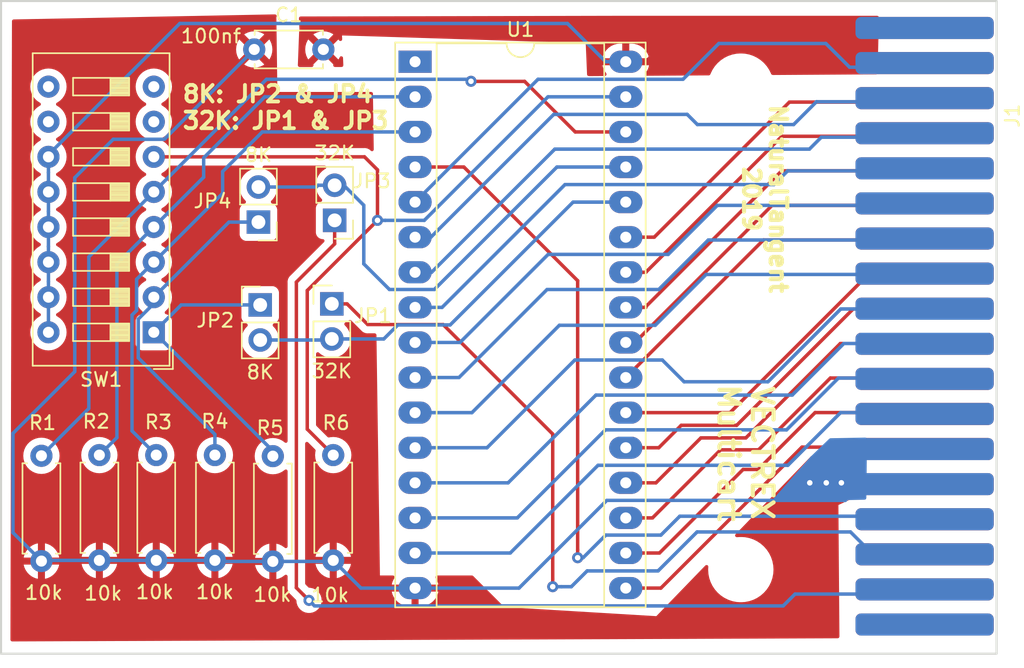
<source format=kicad_pcb>
(kicad_pcb (version 20211014) (generator pcbnew)
  (title_block (title "Vectrex Multicart") (date "2019-09-01") (rev "V0.1") (company "NaturalTangent"))
  (layers (0 "F.Cu" signal) (31 "B.Cu" signal) (34 "B.Paste" user) (35 "F.Paste" user) (36 "B.SilkS" user "B.Silkscreen") (37 "F.SilkS" user "F.Silkscreen") (38 "B.Mask" user) (39 "F.Mask" user) (44 "Edge.Cuts" user))
  (net 0 "")
  (net 1 "Net-(R1-Pad1)")
  (net 2 "GND")
  (net 3 "Net-(R2-Pad1)")
  (net 4 "Net-(R3-Pad1)")
  (net 7 "VCC")
  (net 11 "D3")
  (net 12 "D4")
  (net 13 "D5")
  (net 14 "A12")
  (net 15 "D6")
  (net 16 "A7")
  (net 17 "D7")
  (net 18 "A6")
  (net 19 "CE")
  (net 20 "A5")
  (net 21 "A10")
  (net 22 "A4")
  (net 23 "OE")
  (net 24 "A3")
  (net 25 "A11")
  (net 26 "A2")
  (net 27 "A9")
  (net 28 "A1")
  (net 29 "A8")
  (net 30 "A0")
  (net 31 "D0")
  (net 32 "D1")
  (net 33 "D2")
  (net 34 "PORTB")
  (net 35 "A14")
  (net 36 "A13")
  (net 37 "HALT")
  (net 38 "NMI")
  (net 39 "CART")
  (net 40 "IRQ")
  (net 41 "RW")
  (net 42 "Net-(JP4-Pad1)")
  (net 43 "Net-(JP2-Pad1)")
  (net 44 "Net-(JP3-Pad2)")
  (net 45 "Net-(JP1-Pad2)")
  (net 46 "Net-(R6-Pad1)")
  (footprint "Package_DIP:DIP-32_W15.24mm_Socket_LongPads" (layer "F.Cu") (at 93.9546 48.8442)
    (fp_text reference "U1" (at 7.62 -2.33) (layer "F.SilkS"))
    (fp_text value "SST39SF020")
    (pad "1" thru_hole rect locked (at 0 0) (size 2.4 1.6) (drill 0.8) (layers *.Cu *.Mask))
    (pad "2" thru_hole oval locked (at 0 2.54) (size 2.4 1.6) (drill 0.8) (layers *.Cu *.Mask) (net 3 "Net-(R2-Pad1)"))
    (pad "3" thru_hole oval locked (at 0 5.08) (size 2.4 1.6) (drill 0.8) (layers *.Cu *.Mask) (net 4 "Net-(R3-Pad1)"))
    (pad "4" thru_hole oval locked (at 0 7.62) (size 2.4 1.6) (drill 0.8) (layers *.Cu *.Mask) (net 14 "A12"))
    (pad "5" thru_hole oval locked (at 0 10.16) (size 2.4 1.6) (drill 0.8) (layers *.Cu *.Mask) (net 16 "A7"))
    (pad "6" thru_hole oval locked (at 0 12.7) (size 2.4 1.6) (drill 0.8) (layers *.Cu *.Mask) (net 18 "A6"))
    (pad "7" thru_hole oval locked (at 0 15.24) (size 2.4 1.6) (drill 0.8) (layers *.Cu *.Mask) (net 20 "A5"))
    (pad "8" thru_hole oval locked (at 0 17.78) (size 2.4 1.6) (drill 0.8) (layers *.Cu *.Mask) (net 22 "A4"))
    (pad "9" thru_hole oval locked (at 0 20.32) (size 2.4 1.6) (drill 0.8) (layers *.Cu *.Mask) (net 24 "A3"))
    (pad "10" thru_hole oval locked (at 0 22.86) (size 2.4 1.6) (drill 0.8) (layers *.Cu *.Mask) (net 26 "A2"))
    (pad "11" thru_hole oval locked (at 0 25.4) (size 2.4 1.6) (drill 0.8) (layers *.Cu *.Mask) (net 28 "A1"))
    (pad "12" thru_hole oval locked (at 0 27.94) (size 2.4 1.6) (drill 0.8) (layers *.Cu *.Mask) (net 30 "A0"))
    (pad "13" thru_hole oval locked (at 0 30.48) (size 2.4 1.6) (drill 0.8) (layers *.Cu *.Mask) (net 31 "D0"))
    (pad "14" thru_hole oval locked (at 0 33.02) (size 2.4 1.6) (drill 0.8) (layers *.Cu *.Mask) (net 32 "D1"))
    (pad "15" thru_hole oval locked (at 0 35.56) (size 2.4 1.6) (drill 0.8) (layers *.Cu *.Mask) (net 33 "D2"))
    (pad "16" thru_hole oval locked (at 0 38.1) (size 2.4 1.6) (drill 0.8) (layers *.Cu *.Mask) (net 2 "GND"))
    (pad "17" thru_hole oval locked (at 15.24 38.1) (size 2.4 1.6) (drill 0.8) (layers *.Cu *.Mask) (net 11 "D3"))
    (pad "18" thru_hole oval locked (at 15.24 35.56) (size 2.4 1.6) (drill 0.8) (layers *.Cu *.Mask) (net 12 "D4"))
    (pad "19" thru_hole oval locked (at 15.24 33.02) (size 2.4 1.6) (drill 0.8) (layers *.Cu *.Mask) (net 13 "D5"))
    (pad "20" thru_hole oval locked (at 15.24 30.48) (size 2.4 1.6) (drill 0.8) (layers *.Cu *.Mask) (net 15 "D6"))
    (pad "21" thru_hole oval locked (at 15.24 27.94) (size 2.4 1.6) (drill 0.8) (layers *.Cu *.Mask) (net 17 "D7"))
    (pad "22" thru_hole oval locked (at 15.24 25.4) (size 2.4 1.6) (drill 0.8) (layers *.Cu *.Mask) (net 19 "CE"))
    (pad "23" thru_hole oval locked (at 15.24 22.86) (size 2.4 1.6) (drill 0.8) (layers *.Cu *.Mask) (net 21 "A10"))
    (pad "24" thru_hole oval locked (at 15.24 20.32) (size 2.4 1.6) (drill 0.8) (layers *.Cu *.Mask) (net 23 "OE"))
    (pad "25" thru_hole oval locked (at 15.24 17.78) (size 2.4 1.6) (drill 0.8) (layers *.Cu *.Mask) (net 25 "A11"))
    (pad "26" thru_hole oval locked (at 15.24 15.24) (size 2.4 1.6) (drill 0.8) (layers *.Cu *.Mask) (net 27 "A9"))
    (pad "27" thru_hole oval locked (at 15.24 12.7) (size 2.4 1.6) (drill 0.8) (layers *.Cu *.Mask) (net 29 "A8"))
    (pad "28" thru_hole oval locked (at 15.24 10.16) (size 2.4 1.6) (drill 0.8) (layers *.Cu *.Mask) (net 45 "Net-(JP1-Pad2)"))
    (pad "29" thru_hole oval locked (at 15.24 7.62) (size 2.4 1.6) (drill 0.8) (layers *.Cu *.Mask) (net 44 "Net-(JP3-Pad2)"))
    (pad "30" thru_hole oval locked (at 15.24 5.08) (size 2.4 1.6) (drill 0.8) (layers *.Cu *.Mask) (net 1 "Net-(R1-Pad1)"))
    (pad "31" thru_hole oval locked (at 15.24 2.54) (size 2.4 1.6) (drill 0.8) (layers *.Cu *.Mask) (net 46 "Net-(R6-Pad1)"))
    (pad "32" thru_hole oval locked (at 15.24 0) (size 2.4 1.6) (drill 0.8) (layers *.Cu *.Mask) (net 7 "VCC"))
  )
  (footprint "Button_Switch_THT:SW_DIP_SPSTx08_Slide_9.78x22.5mm_W7.62mm_P2.54mm" (layer "F.Cu") (at 75.057 68.4276 180)
    (fp_text reference "SW1" (at 3.81 -3.42 180) (layer "F.SilkS"))
    (fp_text value "Select")
    (pad "1" thru_hole rect locked (at 0 0 180) (size 1.6 1.6) (drill 0.8) (layers *.Cu *.Mask) (net 43 "Net-(JP2-Pad1)"))
    (pad "2" thru_hole oval locked (at 0 2.54 180) (size 1.6 1.6) (drill 0.8) (layers *.Cu *.Mask) (net 42 "Net-(JP4-Pad1)"))
    (pad "3" thru_hole oval locked (at 0 5.08 180) (size 1.6 1.6) (drill 0.8) (layers *.Cu *.Mask) (net 4 "Net-(R3-Pad1)"))
    (pad "4" thru_hole oval locked (at 0 7.62 180) (size 1.6 1.6) (drill 0.8) (layers *.Cu *.Mask) (net 3 "Net-(R2-Pad1)"))
    (pad "5" thru_hole oval locked (at 0 10.16 180) (size 1.6 1.6) (drill 0.8) (layers *.Cu *.Mask) (net 1 "Net-(R1-Pad1)"))
    (pad "6" thru_hole oval locked (at 0 12.7 180) (size 1.6 1.6) (drill 0.8) (layers *.Cu *.Mask) (net 46 "Net-(R6-Pad1)"))
    (pad "7" thru_hole oval locked (at 0 15.24 180) (size 1.6 1.6) (drill 0.8) (layers *.Cu *.Mask))
    (pad "8" thru_hole oval locked (at 0 17.78 180) (size 1.6 1.6) (drill 0.8) (layers *.Cu *.Mask))
    (pad "9" thru_hole oval locked (at 7.62 17.78 180) (size 1.6 1.6) (drill 0.8) (layers *.Cu *.Mask))
    (pad "10" thru_hole oval locked (at 7.62 15.24 180) (size 1.6 1.6) (drill 0.8) (layers *.Cu *.Mask))
    (pad "11" thru_hole oval locked (at 7.62 12.7 180) (size 1.6 1.6) (drill 0.8) (layers *.Cu *.Mask) (net 7 "VCC"))
    (pad "12" thru_hole oval locked (at 7.62 10.16 180) (size 1.6 1.6) (drill 0.8) (layers *.Cu *.Mask) (net 7 "VCC"))
    (pad "13" thru_hole oval locked (at 7.62 7.62 180) (size 1.6 1.6) (drill 0.8) (layers *.Cu *.Mask) (net 7 "VCC"))
    (pad "14" thru_hole oval locked (at 7.62 5.08 180) (size 1.6 1.6) (drill 0.8) (layers *.Cu *.Mask) (net 7 "VCC"))
    (pad "15" thru_hole oval locked (at 7.62 2.54 180) (size 1.6 1.6) (drill 0.8) (layers *.Cu *.Mask) (net 7 "VCC"))
    (pad "16" thru_hole oval locked (at 7.62 0 180) (size 1.6 1.6) (drill 0.8) (layers *.Cu *.Mask) (net 7 "VCC"))
  )
  (footprint "Resistor_THT:R_Axial_DIN0207_L6.3mm_D2.5mm_P7.62mm_Horizontal" (layer "F.Cu") (at 83.6676 77.3938 -90)
    (fp_text reference "R5" (at -2.040107 0.198005) (layer "F.SilkS"))
    (fp_text value "10k" (at 10.024893 0.0254) (layer "F.SilkS"))
    (pad "1" thru_hole circle locked (at 0 0 270) (size 1.6 1.6) (drill 0.8) (layers *.Cu *.Mask) (net 43 "Net-(JP2-Pad1)"))
    (pad "2" thru_hole oval locked (at 7.62 0 270) (size 1.6 1.6) (drill 0.8) (layers *.Cu *.Mask) (net 2 "GND"))
  )
  (footprint "Resistor_THT:R_Axial_DIN0207_L6.3mm_D2.5mm_P7.62mm_Horizontal" (layer "F.Cu") (at 71.12 77.3176 -90)
    (fp_text reference "R2" (at -2.4384 0.2286) (layer "F.SilkS"))
    (fp_text value "10k" (at 10.0076 -0.2794) (layer "F.SilkS"))
    (pad "1" thru_hole circle locked (at 0 0 270) (size 1.6 1.6) (drill 0.8) (layers *.Cu *.Mask) (net 3 "Net-(R2-Pad1)"))
    (pad "2" thru_hole oval locked (at 7.62 0 270) (size 1.6 1.6) (drill 0.8) (layers *.Cu *.Mask) (net 2 "GND"))
  )
  (footprint "Resistor_THT:R_Axial_DIN0207_L6.3mm_D2.5mm_P7.62mm_Horizontal" (layer "F.Cu") (at 75.2348 77.3176 -90)
    (fp_text reference "R3" (at -2.3876 -0.1524) (layer "F.SilkS"))
    (fp_text value "10k" (at 9.906 0.1016) (layer "F.SilkS"))
    (pad "1" thru_hole circle locked (at 0 0 270) (size 1.6 1.6) (drill 0.8) (layers *.Cu *.Mask) (net 4 "Net-(R3-Pad1)"))
    (pad "2" thru_hole oval locked (at 7.62 0 270) (size 1.6 1.6) (drill 0.8) (layers *.Cu *.Mask) (net 2 "GND"))
  )
  (footprint "Resistor_THT:R_Axial_DIN0207_L6.3mm_D2.5mm_P7.62mm_Horizontal" (layer "F.Cu") (at 66.929 77.3684 -90)
    (fp_text reference "R1" (at -2.3876 -0.0762) (layer "F.SilkS"))
    (fp_text value "10k" (at 9.906 -0.1778) (layer "F.SilkS"))
    (pad "1" thru_hole circle locked (at 0 0 270) (size 1.6 1.6) (drill 0.8) (layers *.Cu *.Mask) (net 1 "Net-(R1-Pad1)"))
    (pad "2" thru_hole oval locked (at 7.62 0 270) (size 1.6 1.6) (drill 0.8) (layers *.Cu *.Mask) (net 2 "GND"))
  )
  (footprint "Resistor_THT:R_Axial_DIN0207_L6.3mm_D2.5mm_P7.62mm_Horizontal" (layer "F.Cu") (at 79.4766 77.3176 -90)
    (fp_text reference "R4" (at -2.4384 0) (layer "F.SilkS"))
    (fp_text value "10k" (at 9.906 0) (layer "F.SilkS"))
    (pad "1" thru_hole circle locked (at 0 0 270) (size 1.6 1.6) (drill 0.8) (layers *.Cu *.Mask) (net 42 "Net-(JP4-Pad1)"))
    (pad "2" thru_hole oval locked (at 7.62 0 270) (size 1.6 1.6) (drill 0.8) (layers *.Cu *.Mask) (net 2 "GND"))
  )
  (footprint "Resistor_THT:R_Axial_DIN0207_L6.3mm_D2.5mm_P7.62mm_Horizontal" (layer "F.Cu") (at 88.0364 77.3176 -90)
    (fp_text reference "R6" (at -2.3368 -0.2032) (layer "F.SilkS"))
    (fp_text value "10k" (at 10.1346 0.2286) (layer "F.SilkS"))
    (pad "1" thru_hole circle locked (at 0 0 270) (size 1.6 1.6) (drill 0.8) (layers *.Cu *.Mask) (net 46 "Net-(R6-Pad1)"))
    (pad "2" thru_hole oval locked (at 7.62 0 270) (size 1.6 1.6) (drill 0.8) (layers *.Cu *.Mask) (net 2 "GND"))
  )
  (footprint "vectrex:VECTREX_CART" (layer "F.Cu") (at 130.8102 67.9902 -90)
    (fp_text reference "J1" (at -15.24 -6.35 -90) (layer "F.SilkS"))
    (fp_text value "Vectrex Cartridge Connector")
    (pad "1" connect roundrect (at -21.59 4 90) (size 1.6 10) (drill (offset 0 4)) (layers "B.Cu" "B.Mask") (net 37 "HALT"))
    (pad "2" connect roundrect (at -21.59 4 270) (size 1.6 10) (drill (offset 0 -4)) (layers "F.Cu" "F.Mask") (net 7 "VCC"))
    (pad "3" connect roundrect (at -19.05 4 90) (size 1.6 10) (drill (offset 0 4)) (layers "B.Cu" "B.Mask") (net 16 "A7"))
    (pad "4" connect roundrect (at -19.05 4 270) (size 1.6 10) (drill (offset 0 -4)) (layers "F.Cu" "F.Mask") (net 7 "VCC"))
    (pad "5" connect roundrect (at -16.51 4 90) (size 1.6 10) (drill (offset 0 4)) (layers "B.Cu" "B.Mask") (net 18 "A6"))
    (pad "6" connect roundrect (at -16.51 4 270) (size 1.6 10) (drill (offset 0 -4)) (layers "F.Cu" "F.Mask") (net 29 "A8"))
    (pad "7" connect roundrect (at -13.97 4 90) (size 1.6 10) (drill (offset 0 4)) (layers "B.Cu" "B.Mask") (net 20 "A5"))
    (pad "8" connect roundrect (at -13.97 4 270) (size 1.6 10) (drill (offset 0 -4)) (layers "F.Cu" "F.Mask") (net 27 "A9"))
    (pad "9" connect roundrect (at -11.43 4 90) (size 1.6 10) (drill (offset 0 4)) (layers "B.Cu" "B.Mask") (net 22 "A4"))
    (pad "10" connect roundrect (at -11.43 4 270) (size 1.6 10) (drill (offset 0 -4)) (layers "F.Cu" "F.Mask") (net 25 "A11"))
    (pad "11" connect roundrect (at -8.89 4 90) (size 1.6 10) (drill (offset 0 4)) (layers "B.Cu" "B.Mask") (net 24 "A3"))
    (pad "12" connect roundrect (at -8.89 4 270) (size 1.6 10) (drill (offset 0 -4)) (layers "F.Cu" "F.Mask") (net 23 "OE"))
    (pad "13" connect roundrect (at -6.35 4 90) (size 1.6 10) (drill (offset 0 4)) (layers "B.Cu" "B.Mask") (net 26 "A2"))
    (pad "14" connect roundrect (at -6.35 4 270) (size 1.6 10) (drill (offset 0 -4)) (layers "F.Cu" "F.Mask") (net 21 "A10"))
    (pad "15" connect roundrect (at -3.81 4 90) (size 1.6 10) (drill (offset 0 4)) (layers "B.Cu" "B.Mask") (net 28 "A1"))
    (pad "16" connect roundrect (at -3.81 4 270) (size 1.6 10) (drill (offset 0 -4)) (layers "F.Cu" "F.Mask") (net 19 "CE"))
    (pad "17" connect roundrect (at -1.27 4 90) (size 1.6 10) (drill (offset 0 4)) (layers "B.Cu" "B.Mask") (net 30 "A0"))
    (pad "18" connect roundrect (at -1.27 4 270) (size 1.6 10) (drill (offset 0 -4)) (layers "F.Cu" "F.Mask") (net 17 "D7"))
    (pad "19" connect roundrect (at 1.27 4 90) (size 1.6 10) (drill (offset 0 4)) (layers "B.Cu" "B.Mask") (net 31 "D0"))
    (pad "20" connect roundrect (at 1.27 4 270) (size 1.6 10) (drill (offset 0 -4)) (layers "F.Cu" "F.Mask") (net 15 "D6"))
    (pad "21" connect roundrect (at 3.81 4 90) (size 1.6 10) (drill (offset 0 4)) (layers "B.Cu" "B.Mask") (net 32 "D1"))
    (pad "22" connect roundrect (at 3.81 4 270) (size 1.6 10) (drill (offset 0 -4)) (layers "F.Cu" "F.Mask") (net 13 "D5"))
    (pad "23" connect roundrect (at 6.35 4 90) (size 1.6 10) (drill (offset 0 4)) (layers "B.Cu" "B.Mask") (net 33 "D2"))
    (pad "24" connect roundrect (at 6.35 4 270) (size 1.6 10) (drill (offset 0 -4)) (layers "F.Cu" "F.Mask") (net 12 "D4"))
    (pad "25" connect roundrect (at 8.89 4 90) (size 1.6 10) (drill (offset 0 4)) (layers "B.Cu" "B.Mask") (net 2 "GND"))
    (pad "26" connect roundrect (at 8.89 4 270) (size 1.6 10) (drill (offset 0 -4)) (layers "F.Cu" "F.Mask") (net 11 "D3"))
    (pad "27" connect roundrect (at 11.43 4 90) (size 1.6 10) (drill (offset 0 4)) (layers "B.Cu" "B.Mask") (net 2 "GND"))
    (pad "28" connect roundrect (at 11.43 4 270) (size 1.6 10) (drill (offset 0 -4)) (layers "F.Cu" "F.Mask") (net 2 "GND"))
    (pad "29" connect roundrect (at 13.97 4 90) (size 1.6 10) (drill (offset 0 4)) (layers "B.Cu" "B.Mask") (net 14 "A12"))
    (pad "30" connect roundrect (at 13.97 4 270) (size 1.6 10) (drill (offset 0 -4)) (layers "F.Cu" "F.Mask") (net 41 "RW"))
    (pad "31" connect roundrect (at 16.51 4 90) (size 1.6 10) (drill (offset 0 4)) (layers "B.Cu" "B.Mask") (net 36 "A13"))
    (pad "32" connect roundrect (at 16.51 4 270) (size 1.6 10) (drill (offset 0 -4)) (layers "F.Cu" "F.Mask") (net 39 "CART"))
    (pad "33" connect roundrect (at 19.05 4 90) (size 1.6 10) (drill (offset 0 4)) (layers "B.Cu" "B.Mask") (net 35 "A14"))
    (pad "34" connect roundrect (at 19.05 4 270) (size 1.6 10) (drill (offset 0 -4)) (layers "F.Cu" "F.Mask") (net 38 "NMI"))
    (pad "35" connect roundrect (at 21.59 4 90) (size 1.6 10) (drill (offset 0 4)) (layers "B.Cu" "B.Mask") (net 34 "PORTB"))
    (pad "36" connect roundrect (at 21.59 4 270) (size 1.6 10) (drill (offset 0 -4)) (layers "F.Cu" "F.Mask") (net 40 "IRQ"))
  )
  (footprint "Capacitor_THT:C_Disc_D4.7mm_W2.5mm_P5.00mm" (layer "F.Cu") (at 82.3214 47.9552)
    (fp_text reference "C1" (at 2.5 -2.5) (layer "F.SilkS"))
    (fp_text value "100nf" (at -3.1242 -0.9652) (layer "F.SilkS"))
    (pad "1" thru_hole circle locked (at 0 0) (size 1.6 1.6) (drill 0.8) (layers *.Cu *.Mask) (net 2 "GND"))
    (pad "2" thru_hole circle locked (at 5 0) (size 1.6 1.6) (drill 0.8) (layers *.Cu *.Mask) (net 7 "VCC"))
  )
  (footprint "MountingHole:MountingHole_5.3mm_M5" (layer "F.Cu") (at 117.5172 68.1056)
    (fp_text reference "H2" hide)
    (fp_text value "MountingHoleCentre")
    (pad "" np_thru_hole circle locked (at 0 0) (size 5.3 5.3) (drill 5.3) (layers *.Cu *.Mask))
  )
  (footprint "MountingHole:MountingHole_3.7mm" (layer "F.Cu") (at 117.5172 50.6056)
    (fp_text reference "H1")
    (fp_text value "MountingHole")
    (pad "" np_thru_hole circle locked (at 0 0) (size 3.7 3.7) (drill 3.7) (layers *.Cu *.Mask))
  )
  (footprint "MountingHole:MountingHole_3.7mm" (layer "F.Cu") (at 117.5172 85.6056)
    (fp_text reference "H3" hide)
    (fp_text value "MountingHole")
    (pad "" np_thru_hole circle locked (at 0 0) (size 3.7 3.7) (drill 3.7) (layers *.Cu *.Mask))
  )
  (footprint "Connector_PinHeader_2.54mm:PinHeader_1x02_P2.54mm_Vertical" (layer "F.Cu") (at 87.9348 66.3702)
    (fp_text reference "JP1" (at 2.9718 0.8636) (layer "F.SilkS"))
    (fp_text value "32K" (at 0 4.87) (layer "F.SilkS"))
    (pad "1" thru_hole rect locked (at 0 0) (size 1.7 1.7) (drill 1) (layers *.Cu *.Mask) (net 36 "A13"))
    (pad "2" thru_hole oval locked (at 0 2.54) (size 1.7 1.7) (drill 1) (layers *.Cu *.Mask) (net 45 "Net-(JP1-Pad2)"))
  )
  (footprint "Connector_PinHeader_2.54mm:PinHeader_1x02_P2.54mm_Vertical" (layer "F.Cu") (at 82.7532 66.4464)
    (fp_text reference "JP2" (at -3.2512 1.1176) (layer "F.SilkS"))
    (fp_text value "8K" (at 0 4.87) (layer "F.SilkS"))
    (pad "1" thru_hole rect locked (at 0 0) (size 1.7 1.7) (drill 1) (layers *.Cu *.Mask) (net 43 "Net-(JP2-Pad1)"))
    (pad "2" thru_hole oval locked (at 0 2.54) (size 1.7 1.7) (drill 1) (layers *.Cu *.Mask) (net 45 "Net-(JP1-Pad2)"))
  )
  (footprint "Connector_PinHeader_2.54mm:PinHeader_1x02_P2.54mm_Vertical" (layer "F.Cu") (at 88.138 60.325 180)
    (fp_text reference "JP3" (at -2.6924 2.8448 180) (layer "F.SilkS"))
    (fp_text value "32K" (at 0 4.87 180) (layer "F.SilkS"))
    (pad "1" thru_hole rect locked (at 0 0 180) (size 1.7 1.7) (drill 1) (layers *.Cu *.Mask) (net 35 "A14"))
    (pad "2" thru_hole oval locked (at 0 2.54 180) (size 1.7 1.7) (drill 1) (layers *.Cu *.Mask) (net 44 "Net-(JP3-Pad2)"))
  )
  (footprint "Connector_PinHeader_2.54mm:PinHeader_1x02_P2.54mm_Vertical" (layer "F.Cu") (at 82.6262 60.452 180)
    (fp_text reference "JP4" (at 3.3274 1.524 180) (layer "F.SilkS"))
    (fp_text value "8K" (at 0 4.87 180) (layer "F.SilkS"))
    (pad "1" thru_hole rect locked (at 0 0 180) (size 1.7 1.7) (drill 1) (layers *.Cu *.Mask) (net 42 "Net-(JP4-Pad1)"))
    (pad "2" thru_hole oval locked (at 0 2.54 180) (size 1.7 1.7) (drill 1) (layers *.Cu *.Mask) (net 44 "Net-(JP3-Pad2)"))
  )
  (gr_rect (start 136.017 44.45) (end 64.008 91.694) (layer "Edge.Cuts") (width 0.15) (fill none))
  (gr_text "NaturalTangent\n2019" (at 119.253 58.7756 270) (layer "F.SilkS") (effects (font (size 1.2 1.2) (thickness 0.3))))
  (gr_text "VECTREX\nMulticart" (at 117.856 77.1652 270) (layer "F.SilkS") (effects (font (size 1.5 1.5) (thickness 0.3))))
  (gr_text "8K: JP2 & JP4\n32K: JP1 & JP3" (at 77.0128 52.1462) (layer "F.SilkS") (effects (font (size 1.2 1.2) (thickness 0.275)) (justify left)))
  (segment (start 98.00802 50.2666) (end 101.8794 50.2666) (width 0.25) (layer "F.Cu") (net 1))
  (segment (start 98.00061 50.25919) (end 98.00802 50.2666) (width 0.25) (layer "F.Cu") (net 1))
  (segment (start 105.537 53.9242) (end 109.1946 53.9242) (width 0.25) (layer "F.Cu") (net 1))
  (segment (start 101.8794 50.2666) (end 105.537 53.9242) (width 0.25) (layer "F.Cu") (net 1))
  (via (at 98.00061 50.25919) (size 0.8) (drill 0.4) (layers "F.Cu" "B.Cu") (net 1))
  (segment (start 70.358 62.9666) (end 75.057 58.2676) (width 0.25) (layer "B.Cu") (net 1))
  (segment (start 97.85562 50.1142) (end 98.00061 50.25919) (width 0.25) (layer "B.Cu") (net 1))
  (segment (start 70.358 73.9394) (end 70.358 62.9666) (width 0.25) (layer "B.Cu") (net 1))
  (segment (start 66.929 77.3684) (end 70.358 73.9394) (width 0.25) (layer "B.Cu") (net 1))
  (segment (start 75.057 58.2676) (end 83.2104 50.1142) (width 0.25) (layer "B.Cu") (net 1))
  (segment (start 83.2104 50.1142) (end 97.85562 50.1142) (width 0.25) (layer "B.Cu") (net 1))
  (segment (start 122.5042 79.3242) (end 123.698 79.3242) (width 0.25) (layer "F.Cu") (net 2))
  (segment (start 124.7902 79.3242) (end 126.7142 79.3242) (width 0.25) (layer "F.Cu") (net 2))
  (segment (start 126.7142 79.3242) (end 126.8102 79.4202) (width 0.25) (layer "F.Cu") (net 2))
  (segment (start 123.698 79.3242) (end 124.7902 79.3242) (width 0.25) (layer "F.Cu") (net 2))
  (via (at 122.5042 79.3242) (size 0.8) (drill 0.4) (layers "F.Cu" "B.Cu") (net 2))
  (via (at 123.698 79.3242) (size 0.8) (drill 0.4) (layers "F.Cu" "B.Cu") (net 2))
  (via (at 124.7902 79.3242) (size 0.8) (drill 0.4) (layers "F.Cu" "B.Cu") (net 2))
  (segment (start 69.342 71.2724) (end 64.8716 75.7428) (width 0.25) (layer "B.Cu") (net 2))
  (segment (start 79.5528 85.0138) (end 79.4766 84.9376) (width 0.25) (layer "B.Cu") (net 2))
  (segment (start 107.823 80.5942) (end 101.473 86.9442) (width 0.25) (layer "B.Cu") (net 2))
  (segment (start 93.9546 86.9442) (end 90.043 86.9442) (width 0.25) (layer "B.Cu") (net 2))
  (segment (start 75.819 54.4576) (end 72.121998 54.4576) (width 0.25) (layer "B.Cu") (net 2))
  (segment (start 88.0364 84.9376) (end 87.9602 85.0138) (width 0.25) (layer "B.Cu") (net 2))
  (segment (start 64.8716 82.931) (end 66.929 84.9884) (width 0.25) (layer "B.Cu") (net 2))
  (segment (start 126.7142 79.3242) (end 126.8102 79.4202) (width 0.25) (layer "B.Cu") (net 2))
  (segment (start 126.8102 79.2402) (end 126.7284 79.2402) (width 0.25) (layer "B.Cu") (net 2))
  (segment (start 71.12 84.9376) (end 66.9798 84.9376) (width 0.25) (layer "B.Cu") (net 2))
  (segment (start 125.0696 80.5942) (end 107.823 80.5942) (width 0.25) (layer "B.Cu") (net 2))
  (segment (start 79.4766 84.9376) (end 75.2348 84.9376) (width 0.25) (layer "B.Cu") (net 2))
  (segment (start 126.8102 79.4202) (end 126.2436 79.4202) (width 0.25) (layer "B.Cu") (net 2))
  (segment (start 72.121998 54.4576) (end 69.342 57.237598) (width 0.25) (layer "B.Cu") (net 2))
  (segment (start 126.8102 76.7402) (end 124.6056 76.7402) (width 0.25) (layer "B.Cu") (net 2))
  (segment (start 101.473 86.9442) (end 93.9546 86.9442) (width 0.25) (layer "B.Cu") (net 2))
  (segment (start 75.2348 84.9376) (end 74.10343 84.9376) (width 0.25) (layer "B.Cu") (net 2))
  (segment (start 83.6676 85.0138) (end 79.5528 85.0138) (width 0.25) (layer "B.Cu") (net 2))
  (segment (start 69.342 57.237598) (end 69.342 71.2724) (width 0.25) (layer "B.Cu") (net 2))
  (segment (start 87.9602 85.0138) (end 83.6676 85.0138) (width 0.25) (layer "B.Cu") (net 2))
  (segment (start 126.8102 79.4202) (end 126.703 79.5274) (width 0.25) (layer "B.Cu") (net 2))
  (segment (start 82.3214 47.9552) (end 75.819 54.4576) (width 0.25) (layer "B.Cu") (net 2))
  (segment (start 124.7902 79.3242) (end 126.7142 79.3242) (width 0.25) (layer "B.Cu") (net 2))
  (segment (start 66.9798 84.9376) (end 66.929 84.9884) (width 0.25) (layer "B.Cu") (net 2))
  (segment (start 90.043 86.9442) (end 88.0364 84.9376) (width 0.25) (layer "B.Cu") (net 2))
  (segment (start 74.10343 84.9376) (end 71.12 84.9376) (width 0.25) (layer "B.Cu") (net 2))
  (segment (start 64.8716 75.7428) (end 64.8716 82.931) (width 0.25) (layer "B.Cu") (net 2))
  (segment (start 126.2436 79.4202) (end 125.0696 80.5942) (width 0.25) (layer "B.Cu") (net 2))
  (segment (start 78.6638 55.8038) (end 83.0834 51.3842) (width 0.25) (layer "B.Cu") (net 3))
  (segment (start 73.8378 62.0268) (end 75.057 60.8076) (width 0.25) (layer "B.Cu") (net 3))
  (segment (start 75.057 60.8076) (end 78.6638 57.2008) (width 0.25) (layer "B.Cu") (net 3))
  (segment (start 72.39 63.4746) (end 73.8378 62.0268) (width 0.25) (layer "B.Cu") (net 3))
  (segment (start 78.6638 57.2008) (end 78.6638 55.8038) (width 0.25) (layer "B.Cu") (net 3))
  (segment (start 71.12 77.3176) (end 72.39 76.0476) (width 0.25) (layer "B.Cu") (net 3))
  (segment (start 72.39 76.0476) (end 72.39 63.4746) (width 0.25) (layer "B.Cu") (net 3))
  (segment (start 83.0834 51.3842) (end 93.9546 51.3842) (width 0.25) (layer "B.Cu") (net 3))
  (segment (start 73.810599 66.852588) (end 73.8124 66.852588) (width 0.25) (layer "B.Cu") (net 4))
  (segment (start 73.481988 67.181199) (end 73.810599 66.852588) (width 0.25) (layer "B.Cu") (net 4))
  (segment (start 82.9056 53.9242) (end 93.9546 53.9242) (width 0.25) (layer "B.Cu") (net 4))
  (segment (start 74.257001 64.147599) (end 75.057 63.3476) (width 0.25) (layer "B.Cu") (net 4))
  (segment (start 75.2348 77.3176) (end 73.481988 75.564788) (width 0.25) (layer "B.Cu") (net 4))
  (segment (start 80.0354 58.3692) (end 80.0354 56.7944) (width 0.25) (layer "B.Cu") (net 4))
  (segment (start 73.481988 75.564788) (end 73.481988 67.181199) (width 0.25) (layer "B.Cu") (net 4))
  (segment (start 75.057 63.3476) (end 80.0354 58.3692) (width 0.25) (layer "B.Cu") (net 4))
  (segment (start 73.8124 64.5922) (end 74.257001 64.147599) (width 0.25) (layer "B.Cu") (net 4))
  (segment (start 80.0354 56.7944) (end 82.9056 53.9242) (width 0.25) (layer "B.Cu") (net 4))
  (segment (start 73.8124 66.852588) (end 73.8124 64.5922) (width 0.25) (layer "B.Cu") (net 4))
  (segment (start 122.0978 47.0154) (end 112.9792 47.0154) (width 0.25) (layer "F.Cu") (net 7))
  (segment (start 126.8102 46.7402) (end 126.8102 49.2402) (width 0.25) (layer "F.Cu") (net 7))
  (segment (start 112.7486 46.7402) (end 126.8102 46.7402) (width 0.25) (layer "F.Cu") (net 7))
  (segment (start 124.3226 49.2402) (end 122.0978 47.0154) (width 0.25) (layer "F.Cu") (net 7))
  (segment (start 126.8102 49.2402) (end 124.3226 49.2402) (width 0.25) (layer "F.Cu") (net 7))
  (segment (start 112.9792 47.0154) (end 111.1504 48.8442) (width 0.25) (layer "F.Cu") (net 7))
  (segment (start 109.1946 48.8442) (end 110.6446 48.8442) (width 0.25) (layer "F.Cu") (net 7))
  (segment (start 88.45657 46.82003) (end 126.39037 46.82003) (width 0.25) (layer "F.Cu") (net 7))
  (segment (start 87.3214 47.9552) (end 88.45657 46.82003) (width 0.25) (layer "F.Cu") (net 7))
  (segment (start 110.6446 48.8442) (end 112.7486 46.7402) (width 0.25) (layer "F.Cu") (net 7))
  (segment (start 126.39037 46.82003) (end 126.8102 46.4002) (width 0.25) (layer "F.Cu") (net 7))
  (segment (start 111.1504 48.8442) (end 109.1946 48.8442) (width 0.25) (layer "F.Cu") (net 7))
  (segment (start 109.1946 48.8442) (end 107.7446 48.8442) (width 0.25) (layer "B.Cu") (net 7))
  (segment (start 67.437 63.3476) (end 67.437 62.21623) (width 0.25) (layer "B.Cu") (net 7))
  (segment (start 107.7446 48.8442) (end 104.976 46.0756) (width 0.25) (layer "B.Cu") (net 7))
  (segment (start 67.437 62.21623) (end 67.437 60.8076) (width 0.25) (layer "B.Cu") (net 7))
  (segment (start 67.437 68.4276) (end 67.437 65.8876) (width 0.25) (layer "B.Cu") (net 7))
  (segment (start 67.437 55.5752) (end 67.437 55.7276) (width 0.25) (layer "B.Cu") (net 7))
  (segment (start 67.437 65.8876) (end 67.437 64.75623) (width 0.25) (layer "B.Cu") (net 7))
  (segment (start 67.437 55.7276) (end 67.437 56.85897) (width 0.25) (layer "B.Cu") (net 7))
  (segment (start 67.437 64.75623) (end 67.437 63.3476) (width 0.25) (layer "B.Cu") (net 7))
  (segment (start 67.437 56.85897) (end 67.437 58.2676) (width 0.25) (layer "B.Cu") (net 7))
  (segment (start 67.437 59.67623) (end 67.437 58.2676) (width 0.25) (layer "B.Cu") (net 7))
  (segment (start 76.9366 46.0756) (end 67.437 55.5752) (width 0.25) (layer "B.Cu") (net 7))
  (segment (start 67.437 60.8076) (end 67.437 59.67623) (width 0.25) (layer "B.Cu") (net 7))
  (segment (start 104.976 46.0756) (end 76.9366 46.0756) (width 0.25) (layer "B.Cu") (net 7))
  (segment (start 121.9386 76.7402) (end 111.7346 86.9442) (width 0.25) (layer "F.Cu") (net 11))
  (segment (start 111.7346 86.9442) (end 109.5946 86.9442) (width 0.25) (layer "F.Cu") (net 11))
  (segment (start 126.8102 76.7402) (end 121.9386 76.7402) (width 0.25) (layer "F.Cu") (net 11))
  (segment (start 109.5946 86.9442) (end 109.1946 86.9442) (width 0.25) (layer "F.Cu") (net 11))
  (segment (start 122.8892 74.2402) (end 118.7704 78.359) (width 0.25) (layer "F.Cu") (net 12))
  (segment (start 126.8102 74.2402) (end 122.8892 74.2402) (width 0.25) (layer "F.Cu") (net 12))
  (segment (start 118.7704 78.359) (end 117.6782 78.359) (width 0.25) (layer "F.Cu") (net 12))
  (segment (start 117.6782 78.359) (end 111.633 84.4042) (width 0.25) (layer "F.Cu") (net 12))
  (segment (start 111.633 84.4042) (end 109.1946 84.4042) (width 0.25) (layer "F.Cu") (net 12))
  (segment (start 111.125 81.8642) (end 109.1946 81.8642) (width 0.25) (layer "F.Cu") (net 13))
  (segment (start 116.0526 76.9366) (end 111.125 81.8642) (width 0.25) (layer "F.Cu") (net 13))
  (segment (start 118.7958 76.9366) (end 116.0526 76.9366) (width 0.25) (layer "F.Cu") (net 13))
  (segment (start 123.9922 71.7402) (end 118.7958 76.9366) (width 0.25) (layer "F.Cu") (net 13))
  (segment (start 126.8102 71.7402) (end 123.9922 71.7402) (width 0.25) (layer "F.Cu") (net 13))
  (segment (start 97.4852 56.4642) (end 105.7148 64.6938) (width 0.25) (layer "F.Cu") (net 14))
  (segment (start 105.7148 64.6938) (end 105.7148 84.180305) (width 0.25) (layer "F.Cu") (net 14))
  (segment (start 105.7148 84.180305) (end 105.7148 84.74599) (width 0.25) (layer "F.Cu") (net 14))
  (segment (start 93.9546 56.4642) (end 97.4852 56.4642) (width 0.25) (layer "F.Cu") (net 14))
  (via (at 105.7148 84.74599) (size 0.8) (drill 0.4) (layers "F.Cu" "B.Cu") (net 14))
  (segment (start 106.10961 84.74599) (end 105.7148 84.74599) (width 0.25) (layer "B.Cu") (net 14))
  (segment (start 113.1032 81.7402) (end 111.7346 83.1088) (width 0.25) (layer "B.Cu") (net 14))
  (segment (start 107.7468 83.1088) (end 106.10961 84.74599) (width 0.25) (layer "B.Cu") (net 14))
  (segment (start 126.8102 81.7402) (end 113.1032 81.7402) (width 0.25) (layer "B.Cu") (net 14))
  (segment (start 111.7346 83.1088) (end 107.7468 83.1088) (width 0.25) (layer "B.Cu") (net 14))
  (segment (start 111.379 79.3242) (end 109.1946 79.3242) (width 0.25) (layer "F.Cu") (net 15))
  (segment (start 117.8814 76.073) (end 114.6302 76.073) (width 0.25) (layer "F.Cu") (net 15))
  (segment (start 126.8102 69.2402) (end 124.7142 69.2402) (width 0.25) (layer "F.Cu") (net 15))
  (segment (start 124.7142 69.2402) (end 117.8814 76.073) (width 0.25) (layer "F.Cu") (net 15))
  (segment (start 114.6302 76.073) (end 111.379 79.3242) (width 0.25) (layer "F.Cu") (net 15))
  (segment (start 115.9256 47.5234) (end 113.3348 50.1142) (width 0.25) (layer "B.Cu") (net 16))
  (segment (start 125.3848 49.2402) (end 123.668 47.5234) (width 0.25) (layer "B.Cu") (net 16))
  (segment (start 113.3348 50.1142) (end 102.8446 50.1142) (width 0.25) (layer "B.Cu") (net 16))
  (segment (start 123.668 47.5234) (end 115.9256 47.5234) (width 0.25) (layer "B.Cu") (net 16))
  (segment (start 102.8446 50.1142) (end 94.2086 58.7502) (width 0.25) (layer "B.Cu") (net 16))
  (segment (start 94.2086 58.7502) (end 93.9546 59.0042) (width 0.25) (layer "B.Cu") (net 16))
  (segment (start 126.8102 49.2402) (end 125.3848 49.2402) (width 0.25) (layer "B.Cu") (net 16))
  (segment (start 111.5822 76.7842) (end 109.1946 76.7842) (width 0.25) (layer "F.Cu") (net 17))
  (segment (start 126.8102 66.7402) (end 125.6394 66.7402) (width 0.25) (layer "F.Cu") (net 17))
  (segment (start 113.2078 75.1586) (end 111.5822 76.7842) (width 0.25) (layer "F.Cu") (net 17))
  (segment (start 117.221 75.1586) (end 113.2078 75.1586) (width 0.25) (layer "F.Cu") (net 17))
  (segment (start 125.6394 66.7402) (end 117.221 75.1586) (width 0.25) (layer "F.Cu") (net 17))
  (segment (start 121.3358 53.3908) (end 114.3762 53.3908) (width 0.25) (layer "B.Cu") (net 18))
  (segment (start 95.0976 61.5442) (end 93.9546 61.5442) (width 0.25) (layer "B.Cu") (net 18))
  (segment (start 103.9876 52.6542) (end 95.0976 61.5442) (width 0.25) (layer "B.Cu") (net 18))
  (segment (start 122.9864 51.7402) (end 121.3358 53.3908) (width 0.25) (layer "B.Cu") (net 18))
  (segment (start 126.8102 51.7402) (end 122.9864 51.7402) (width 0.25) (layer "B.Cu") (net 18))
  (segment (start 113.6396 52.6542) (end 103.9876 52.6542) (width 0.25) (layer "B.Cu") (net 18))
  (segment (start 114.3762 53.3908) (end 113.6396 52.6542) (width 0.25) (layer "B.Cu") (net 18))
  (segment (start 126.7424 64.2402) (end 116.7384 74.2442) (width 0.25) (layer "F.Cu") (net 19))
  (segment (start 116.7384 74.2442) (end 110.6446 74.2442) (width 0.25) (layer "F.Cu") (net 19))
  (segment (start 110.6446 74.2442) (end 109.1946 74.2442) (width 0.25) (layer "F.Cu") (net 19))
  (segment (start 126.8102 64.2402) (end 126.7424 64.2402) (width 0.25) (layer "F.Cu") (net 19))
  (segment (start 95.1484 64.0842) (end 93.9546 64.0842) (width 0.25) (layer "B.Cu") (net 20))
  (segment (start 122.4788 55.1688) (end 104.0638 55.1688) (width 0.25) (layer "B.Cu") (net 20))
  (segment (start 126.8102 54.2402) (end 126.7452 54.3052) (width 0.25) (layer "B.Cu") (net 20))
  (segment (start 123.3424 54.3052) (end 122.4788 55.1688) (width 0.25) (layer "B.Cu") (net 20))
  (segment (start 126.7452 54.3052) (end 123.3424 54.3052) (width 0.25) (layer "B.Cu") (net 20))
  (segment (start 104.0638 55.1688) (end 95.1484 64.0842) (width 0.25) (layer "B.Cu") (net 20))
  (segment (start 119.1586 61.7402) (end 109.9566 70.9422) (width 0.25) (layer "F.Cu") (net 21))
  (segment (start 126.8102 61.7402) (end 119.1586 61.7402) (width 0.25) (layer "F.Cu") (net 21))
  (segment (start 109.9566 70.9422) (end 109.1946 71.7042) (width 0.25) (layer "F.Cu") (net 21))
  (segment (start 95.9104 66.6242) (end 93.9546 66.6242) (width 0.25) (layer "B.Cu") (net 22))
  (segment (start 120.9074 56.7402) (end 119.9134 57.7342) (width 0.25) (layer "B.Cu") (net 22))
  (segment (start 119.9134 57.7342) (end 104.8004 57.7342) (width 0.25) (layer "B.Cu") (net 22))
  (segment (start 126.8102 56.7402) (end 120.9074 56.7402) (width 0.25) (layer "B.Cu") (net 22))
  (segment (start 104.8004 57.7342) (end 95.9104 66.6242) (width 0.25) (layer "B.Cu") (net 22))
  (segment (start 126.8102 59.2402) (end 119.779 59.2402) (width 0.25) (layer "F.Cu") (net 23))
  (segment (start 109.855 69.1642) (end 109.1946 69.1642) (width 0.25) (layer "F.Cu") (net 23))
  (segment (start 119.779 59.2402) (end 109.855 69.1642) (width 0.25) (layer "F.Cu") (net 23))
  (segment (start 112.268 62.7888) (end 103.5812 62.7888) (width 0.25) (layer "B.Cu") (net 24))
  (segment (start 126.8102 59.2402) (end 115.8166 59.2402) (width 0.25) (layer "B.Cu") (net 24))
  (segment (start 103.5812 62.7888) (end 97.2058 69.1642) (width 0.25) (layer "B.Cu") (net 24))
  (segment (start 115.8166 59.2402) (end 112.268 62.7888) (width 0.25) (layer "B.Cu") (net 24))
  (segment (start 97.2058 69.1642) (end 93.9546 69.1642) (width 0.25) (layer "B.Cu") (net 24))
  (segment (start 126.8102 56.7402) (end 120.4756 56.7402) (width 0.25) (layer "F.Cu") (net 25))
  (segment (start 120.4756 56.7402) (end 110.6446 66.5712) (width 0.25) (layer "F.Cu") (net 25))
  (segment (start 110.6446 66.5712) (end 110.6446 66.6242) (width 0.25) (layer "F.Cu") (net 25))
  (segment (start 110.6446 66.6242) (end 109.1946 66.6242) (width 0.25) (layer "F.Cu") (net 25))
  (segment (start 111.5822 65.3288) (end 103.505 65.3288) (width 0.25) (layer "B.Cu") (net 26))
  (segment (start 126.8102 61.7402) (end 126.803 61.7474) (width 0.25) (layer "B.Cu") (net 26))
  (segment (start 126.803 61.7474) (end 115.1636 61.7474) (width 0.25) (layer "B.Cu") (net 26))
  (segment (start 115.1636 61.7474) (end 111.5822 65.3288) (width 0.25) (layer "B.Cu") (net 26))
  (segment (start 97.1296 71.7042) (end 93.9546 71.7042) (width 0.25) (layer "B.Cu") (net 26))
  (segment (start 103.505 65.3288) (end 97.1296 71.7042) (width 0.25) (layer "B.Cu") (net 26))
  (segment (start 110.6446 64.0842) (end 109.1946 64.0842) (width 0.25) (layer "F.Cu") (net 27))
  (segment (start 120.4864 54.2402) (end 110.6446 64.082) (width 0.25) (layer "F.Cu") (net 27))
  (segment (start 126.8102 54.2402) (end 120.4864 54.2402) (width 0.25) (layer "F.Cu") (net 27))
  (segment (start 110.6446 64.082) (end 110.6446 64.0842) (width 0.25) (layer "F.Cu") (net 27))
  (segment (start 98.0694 74.2442) (end 93.9546 74.2442) (width 0.25) (layer "B.Cu") (net 28))
  (segment (start 111.3282 67.9196) (end 104.394 67.9196) (width 0.25) (layer "B.Cu") (net 28))
  (segment (start 115.0076 64.2402) (end 111.3282 67.9196) (width 0.25) (layer "B.Cu") (net 28))
  (segment (start 126.8102 64.2402) (end 115.0076 64.2402) (width 0.25) (layer "B.Cu") (net 28))
  (segment (start 104.394 67.9196) (end 98.0694 74.2442) (width 0.25) (layer "B.Cu") (net 28))
  (segment (start 110.6446 61.5442) (end 109.1946 61.5442) (width 0.25) (layer "F.Cu") (net 29))
  (segment (start 126.7852 51.7652) (end 121.031 51.7652) (width 0.25) (layer "F.Cu") (net 29))
  (segment (start 126.8102 51.7402) (end 126.7852 51.7652) (width 0.25) (layer "F.Cu") (net 29))
  (segment (start 111.252 61.5442) (end 110.6446 61.5442) (width 0.25) (layer "F.Cu") (net 29))
  (segment (start 121.031 51.7652) (end 111.252 61.5442) (width 0.25) (layer "F.Cu") (net 29))
  (segment (start 111.8362 70.4342) (end 105.5116 70.4342) (width 0.25) (layer "B.Cu") (net 30))
  (segment (start 113.411 72.009) (end 111.8362 70.4342) (width 0.25) (layer "B.Cu") (net 30))
  (segment (start 99.1616 76.7842) (end 93.9546 76.7842) (width 0.25) (layer "B.Cu") (net 30))
  (segment (start 119.4816 72.009) (end 113.411 72.009) (width 0.25) (layer "B.Cu") (net 30))
  (segment (start 126.8102 66.7402) (end 124.7504 66.7402) (width 0.25) (layer "B.Cu") (net 30))
  (segment (start 105.5116 70.4342) (end 99.1616 76.7842) (width 0.25) (layer "B.Cu") (net 30))
  (segment (start 124.7504 66.7402) (end 119.4816 72.009) (width 0.25) (layer "B.Cu") (net 30))
  (segment (start 124.9682 69.2402) (end 121.2342 72.9742) (width 0.25) (layer "B.Cu") (net 31))
  (segment (start 121.2342 72.9742) (end 107.0356 72.9742) (width 0.25) (layer "B.Cu") (net 31))
  (segment (start 100.6856 79.3242) (end 93.9546 79.3242) (width 0.25) (layer "B.Cu") (net 31))
  (segment (start 107.0356 72.9742) (end 100.6856 79.3242) (width 0.25) (layer "B.Cu") (net 31))
  (segment (start 126.8102 69.2402) (end 124.9682 69.2402) (width 0.25) (layer "B.Cu") (net 31))
  (segment (start 101.346 81.8642) (end 93.9546 81.8642) (width 0.25) (layer "B.Cu") (net 32))
  (segment (start 107.7214 75.4888) (end 101.346 81.8642) (width 0.25) (layer "B.Cu") (net 32))
  (segment (start 120.8278 75.4888) (end 107.7214 75.4888) (width 0.25) (layer "B.Cu") (net 32))
  (segment (start 124.5764 71.7402) (end 120.8278 75.4888) (width 0.25) (layer "B.Cu") (net 32))
  (segment (start 126.8102 71.7402) (end 124.5764 71.7402) (width 0.25) (layer "B.Cu") (net 32))
  (segment (start 124.7354 74.2402) (end 120.9214 78.0542) (width 0.25) (layer "B.Cu") (net 33))
  (segment (start 120.9214 78.0542) (end 107.188 78.0542) (width 0.25) (layer "B.Cu") (net 33))
  (segment (start 100.838 84.4042) (end 93.9546 84.4042) (width 0.25) (layer "B.Cu") (net 33))
  (segment (start 126.8102 74.2402) (end 124.7354 74.2402) (width 0.25) (layer "B.Cu") (net 33))
  (segment (start 107.188 78.0542) (end 100.838 84.4042) (width 0.25) (layer "B.Cu") (net 33))
  (segment (start 85.3694 64.7954) (end 85.3694 86.9188) (width 0.25) (layer "F.Cu") (net 35))
  (segment (start 88.138 60.325) (end 88.138 62.0268) (width 0.25) (layer "F.Cu") (net 35))
  (segment (start 85.883801 87.433201) (end 86.2838 87.8332) (width 0.25) (layer "F.Cu") (net 35))
  (segment (start 88.138 62.0268) (end 85.3694 64.7954) (width 0.25) (layer "F.Cu") (net 35))
  (segment (start 85.3694 86.9188) (end 85.883801 87.433201) (width 0.25) (layer "F.Cu") (net 35))
  (via (at 86.2838 87.8332) (size 0.8) (drill 0.4) (layers "F.Cu" "B.Cu") (net 35))
  (segment (start 126.1744 87.376) (end 121.4374 87.376) (width 0.25) (layer "B.Cu") (net 35))
  (segment (start 121.4374 87.376) (end 120.580201 88.233199) (width 0.25) (layer "B.Cu") (net 35))
  (segment (start 126.8102 86.7402) (end 126.1744 87.376) (width 0.25) (layer "B.Cu") (net 35))
  (segment (start 86.683799 88.233199) (end 86.2838 87.8332) (width 0.25) (layer "B.Cu") (net 35))
  (segment (start 120.580201 88.233199) (end 86.683799 88.233199) (width 0.25) (layer "B.Cu") (net 35))
  (segment (start 103.9114 86.276915) (end 103.9114 86.8426) (width 0.25) (layer "F.Cu") (net 36))
  (segment (start 89.0348 66.3702) (end 90.5334 67.8688) (width 0.25) (layer "F.Cu") (net 36))
  (segment (start 87.9348 66.3702) (end 89.0348 66.3702) (width 0.25) (layer "F.Cu") (net 36))
  (segment (start 95.9866 67.8688) (end 103.9114 75.7936) (width 0.25) (layer "F.Cu") (net 36))
  (segment (start 90.5334 67.8688) (end 95.9866 67.8688) (width 0.25) (layer "F.Cu") (net 36))
  (segment (start 103.9114 75.7936) (end 103.9114 86.276915) (width 0.25) (layer "F.Cu") (net 36))
  (via (at 103.9114 86.8426) (size 0.8) (drill 0.4) (layers "F.Cu" "B.Cu") (net 36))
  (segment (start 105.2576 86.8426) (end 104.5464 86.8426) (width 0.25) (layer "B.Cu") (net 36))
  (segment (start 114.3508 82.8802) (end 111.5314 85.6996) (width 0.25) (layer "B.Cu") (net 36))
  (segment (start 111.5314 85.6996) (end 106.4006 85.6996) (width 0.25) (layer "B.Cu") (net 36))
  (segment (start 106.4006 85.6996) (end 105.2576 86.8426) (width 0.25) (layer "B.Cu") (net 36))
  (segment (start 104.5464 86.8426) (end 103.9114 86.8426) (width 0.25) (layer "B.Cu") (net 36))
  (segment (start 125.4502 82.8802) (end 114.3508 82.8802) (width 0.25) (layer "B.Cu") (net 36))
  (segment (start 126.8102 84.2402) (end 125.4502 82.8802) (width 0.25) (layer "B.Cu") (net 36))
  (segment (start 79.4766 77.3176) (end 79.4766 75.819) (width 0.25) (layer "B.Cu") (net 42))
  (segment (start 73.931999 70.274399) (end 73.931999 67.471211) (width 0.25) (layer "B.Cu") (net 42))
  (segment (start 80.4926 60.452) (end 82.6262 60.452) (width 0.25) (layer "B.Cu") (net 42))
  (segment (start 79.4766 75.819) (end 73.931999 70.274399) (width 0.25) (layer "B.Cu") (net 42))
  (segment (start 75.057 66.34621) (end 75.057 65.8876) (width 0.25) (layer "B.Cu") (net 42))
  (segment (start 73.931999 67.471211) (end 75.057 66.34621) (width 0.25) (layer "B.Cu") (net 42))
  (segment (start 75.057 65.8876) (end 80.4926 60.452) (width 0.25) (layer "B.Cu") (net 42))
  (segment (start 75.0824 68.4276) (end 75.057 68.4276) (width 0.25) (layer "B.Cu") (net 43))
  (segment (start 77.0382 66.4464) (end 82.7532 66.4464) (width 0.25) (layer "B.Cu") (net 43))
  (segment (start 75.057 68.4276) (end 77.0382 66.4464) (width 0.25) (layer "B.Cu") (net 43))
  (segment (start 83.6676 77.0128) (end 75.0824 68.4276) (width 0.25) (layer "B.Cu") (net 43))
  (segment (start 83.6676 77.3938) (end 83.6676 77.0128) (width 0.25) (layer "B.Cu") (net 43))
  (segment (start 92.1004 65.3288) (end 95.3516 65.3288) (width 0.25) (layer "B.Cu") (net 44))
  (segment (start 88.7984 57.785) (end 90.2462 59.2328) (width 0.25) (layer "B.Cu") (net 44))
  (segment (start 86.935919 57.785) (end 86.808919 57.912) (width 0.25) (layer "B.Cu") (net 44))
  (segment (start 83.828281 57.912) (end 82.6262 57.912) (width 0.25) (layer "B.Cu") (net 44))
  (segment (start 88.138 57.785) (end 86.935919 57.785) (width 0.25) (layer "B.Cu") (net 44))
  (segment (start 86.808919 57.912) (end 83.828281 57.912) (width 0.25) (layer "B.Cu") (net 44))
  (segment (start 90.2462 63.4746) (end 92.1004 65.3288) (width 0.25) (layer "B.Cu") (net 44))
  (segment (start 104.2162 56.4642) (end 109.1946 56.4642) (width 0.25) (layer "B.Cu") (net 44))
  (segment (start 95.3516 65.3288) (end 104.2162 56.4642) (width 0.25) (layer "B.Cu") (net 44))
  (segment (start 90.2462 59.2328) (end 90.2462 63.4746) (width 0.25) (layer "B.Cu") (net 44))
  (segment (start 88.138 57.785) (end 88.7984 57.785) (width 0.25) (layer "B.Cu") (net 44))
  (segment (start 92.71 67.8942) (end 96.4946 67.8942) (width 0.25) (layer "B.Cu") (net 45))
  (segment (start 107.4166 59.0042) (end 109.1946 59.0042) (width 0.25) (layer "B.Cu") (net 45))
  (segment (start 82.7532 68.9864) (end 87.8586 68.9864) (width 0.25) (layer "B.Cu") (net 45))
  (segment (start 105.3846 59.0042) (end 107.4166 59.0042) (width 0.25) (layer "B.Cu") (net 45))
  (segment (start 87.9348 68.9102) (end 91.694 68.9102) (width 0.25) (layer "B.Cu") (net 45))
  (segment (start 91.694 68.9102) (end 92.71 67.8942) (width 0.25) (layer "B.Cu") (net 45))
  (segment (start 96.4946 67.8942) (end 105.3846 59.0042) (width 0.25) (layer "B.Cu") (net 45))
  (segment (start 87.8586 68.9864) (end 87.9348 68.9102) (width 0.25) (layer "B.Cu") (net 45))
  (segment (start 86.1568 75.438) (end 86.1568 65.405) (width 0.25) (layer "F.Cu") (net 46))
  (segment (start 86.1568 65.405) (end 90.836801 60.724999) (width 0.25) (layer "F.Cu") (net 46))
  (segment (start 91.2368 56.6674) (end 90.297 55.7276) (width 0.25) (layer "F.Cu") (net 46))
  (segment (start 90.836801 60.724999) (end 91.2368 60.325) (width 0.25) (layer "F.Cu") (net 46))
  (segment (start 91.2368 60.325) (end 91.2368 56.6674) (width 0.25) (layer "F.Cu") (net 46))
  (segment (start 88.0364 77.3176) (end 86.1568 75.438) (width 0.25) (layer "F.Cu") (net 46))
  (segment (start 90.297 55.7276) (end 75.057 55.7276) (width 0.25) (layer "F.Cu") (net 46))
  (via (at 91.2368 60.325) (size 0.8) (drill 0.4) (layers "F.Cu" "B.Cu") (net 46))
  (segment (start 103.565604 51.3842) (end 94.624804 60.325) (width 0.25) (layer "B.Cu") (net 46))
  (segment (start 94.624804 60.325) (end 91.802485 60.325) (width 0.25) (layer "B.Cu") (net 46))
  (segment (start 109.1946 51.3842) (end 103.565604 51.3842) (width 0.25) (layer "B.Cu") (net 46))
  (segment (start 91.802485 60.325) (end 91.2368 60.325) (width 0.25) (layer "B.Cu") (net 46))
  (zone (net 2) (net_name "GND") (layer "F.Cu") (connect_pads thru_hole_only (clearance 0.508)) (min_thickness 0.254) (fill yes (thermal_gap 0.508) (thermal_bridge_width 0.508))
    (polygon (pts (xy 84.502625 45.4025) (xy 64.798575 45.7835) (xy 64.68745 90.805) (xy 124.6505 90.5764) (xy 124.5362 76.0222) (xy 123.9266 76.0222) (xy 111.4044 88.9762) (xy 100.4062 88.3158) (xy 98.1202 86.0298) (xy 91.4146 86.0298) (xy 90.9066 51.0286) (xy 83.9978 51.0286) (xy 83.9216 45.6184)))
  )
  (zone (net 7) (net_name "VCC") (layer "F.Cu") (connect_pads thru_hole_only (clearance 0.508)) (min_thickness 0.254) (fill yes (thermal_gap 0.508) (thermal_bridge_width 0.508))
    (polygon (pts (xy 109.2708 45.5168) (xy 127.508 45.5168) (xy 127.4064 49.7586) (xy 106.4006 49.8856) (xy 106.299 47.498) (xy 88.6714 46.9392) (xy 88.773 49.2252) (xy 85.471 49.2252) (xy 85.5726 46.5836) (xy 85.598 46.6217) (xy 85.5472 45.5676)))
  )
  (zone (net 2) (net_name "GND") (layer "F.Cu") (connect_pads thru_hole_only (clearance 0.508)) (min_thickness 0.254) (fill yes (thermal_gap 0.508) (thermal_bridge_width 0.508))
    (polygon (pts (xy 126.6952 78.6638) (xy 125.9332 78.4606) (xy 124.46 77.47) (xy 124.206 81.1022) (xy 126.0602 80.2386) (xy 126.619 80.2386) (xy 126.6698 78.74)))
  )
  (zone (net 2) (net_name "GND") (layer "B.Cu") (connect_pads yes (clearance 0.508)) (min_thickness 0.254) (fill yes (thermal_gap 0.508) (thermal_bridge_width 0.508))
    (polygon (pts (xy 126.6444 76.0476) (xy 126.5936 80.5434) (xy 119.6848 80.6958) (xy 122.5804 77.4192) (xy 123.952 76.0984)))
  )
)
</source>
